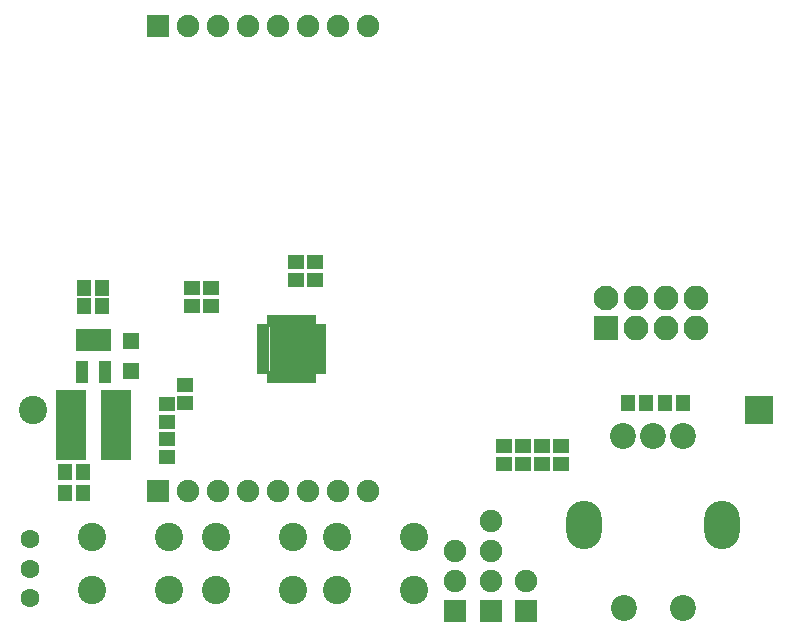
<source format=gbr>
G04 #@! TF.FileFunction,Soldermask,Top*
%FSLAX46Y46*%
G04 Gerber Fmt 4.6, Leading zero omitted, Abs format (unit mm)*
G04 Created by KiCad (PCBNEW 4.0.2-stable) date 22/10/2018 19:31:19*
%MOMM*%
G01*
G04 APERTURE LIST*
%ADD10C,0.100000*%
%ADD11R,1.924000X1.924000*%
%ADD12O,1.900000X1.900000*%
%ADD13R,1.900000X1.900000*%
%ADD14C,1.900000*%
%ADD15R,1.289000X1.416000*%
%ADD16R,1.416000X1.289000*%
%ADD17R,1.400760X1.400760*%
%ADD18R,0.650000X1.100000*%
%ADD19R,1.100000X0.650000*%
%ADD20R,2.125000X2.125000*%
%ADD21R,2.550000X5.900000*%
%ADD22C,1.600000*%
%ADD23C,2.400000*%
%ADD24C,2.200000*%
%ADD25O,3.000000X4.100000*%
%ADD26C,2.100000*%
%ADD27R,2.100000X2.100000*%
%ADD28O,2.100000X2.100000*%
%ADD29R,1.050000X1.960000*%
%ADD30R,1.400000X1.300000*%
%ADD31R,2.400000X2.400000*%
G04 APERTURE END LIST*
D10*
D11*
X65910000Y-39070000D03*
D12*
X68450000Y-39070000D03*
X70990000Y-39070000D03*
X73530000Y-39070000D03*
X76070000Y-39070000D03*
X78610000Y-39070000D03*
X81150000Y-39070000D03*
X83690000Y-39070000D03*
D13*
X65910000Y-78440000D03*
D14*
X68450000Y-78440000D03*
X70990000Y-78440000D03*
X73530000Y-78440000D03*
X76070000Y-78440000D03*
X78610000Y-78440000D03*
X81150000Y-78440000D03*
X83690000Y-78440000D03*
D15*
X58038000Y-78600000D03*
X59562000Y-78600000D03*
X58038000Y-76800000D03*
X59562000Y-76800000D03*
D16*
X77600000Y-60562000D03*
X77600000Y-59038000D03*
X79200000Y-60562000D03*
X79200000Y-59038000D03*
X68200000Y-69488000D03*
X68200000Y-71012000D03*
X70400000Y-62762000D03*
X70400000Y-61238000D03*
X68800000Y-62762000D03*
X68800000Y-61238000D03*
D15*
X61162000Y-62800000D03*
X59638000Y-62800000D03*
X61162000Y-61200000D03*
X59638000Y-61200000D03*
X110362000Y-71000000D03*
X108838000Y-71000000D03*
D16*
X95200000Y-74638000D03*
X95200000Y-76162000D03*
D15*
X105638000Y-71000000D03*
X107162000Y-71000000D03*
D17*
X63600000Y-65699520D03*
X63600000Y-68300480D03*
D18*
X78950000Y-64000000D03*
X78450000Y-64000000D03*
X77950000Y-64000000D03*
X77450000Y-64000000D03*
X76950000Y-64000000D03*
X76450000Y-64000000D03*
X75950000Y-64000000D03*
X75450000Y-64000000D03*
D19*
X74800000Y-64650000D03*
X74800000Y-65150000D03*
X74800000Y-65650000D03*
X74800000Y-66150000D03*
X74800000Y-66650000D03*
X74800000Y-67150000D03*
X74800000Y-67650000D03*
X74800000Y-68150000D03*
D18*
X75450000Y-68800000D03*
X75950000Y-68800000D03*
X76450000Y-68800000D03*
X76950000Y-68800000D03*
X77450000Y-68800000D03*
X77950000Y-68800000D03*
X78450000Y-68800000D03*
X78950000Y-68800000D03*
D19*
X79600000Y-68150000D03*
X79600000Y-67650000D03*
X79600000Y-67150000D03*
X79600000Y-66650000D03*
X79600000Y-66150000D03*
X79600000Y-65650000D03*
X79600000Y-65150000D03*
X79600000Y-64650000D03*
D20*
X76337500Y-67262500D03*
X78062500Y-67262500D03*
X76337500Y-65537500D03*
X78062500Y-65537500D03*
D21*
X62300000Y-72800000D03*
X58500000Y-72800000D03*
D22*
X55000000Y-82500000D03*
X55000000Y-85000000D03*
X55000000Y-87500000D03*
D23*
X60300000Y-82300000D03*
X66800000Y-82300000D03*
X60300000Y-86800000D03*
X66800000Y-86800000D03*
X70800000Y-82300000D03*
X77300000Y-82300000D03*
X70800000Y-86800000D03*
X77300000Y-86800000D03*
X81050000Y-82300000D03*
X87550000Y-82300000D03*
X81050000Y-86800000D03*
X87550000Y-86800000D03*
D24*
X107800000Y-73800000D03*
X110350000Y-73800000D03*
X105250000Y-73800000D03*
X110300000Y-88300000D03*
X105300000Y-88300000D03*
D25*
X113650000Y-81300000D03*
X101950000Y-81300000D03*
D26*
X103770000Y-62050000D03*
D27*
X103770000Y-64590000D03*
D28*
X106310000Y-62050000D03*
X106310000Y-64590000D03*
X108850000Y-62050000D03*
X108850000Y-64590000D03*
X111390000Y-62050000D03*
X111390000Y-64590000D03*
D13*
X97050000Y-88550000D03*
D14*
X97050000Y-86010000D03*
D13*
X94050000Y-88550000D03*
D14*
X94050000Y-86010000D03*
X94050000Y-83470000D03*
X94050000Y-80930000D03*
D13*
X91050000Y-88550000D03*
D14*
X91050000Y-86010000D03*
X91050000Y-83470000D03*
D29*
X61350000Y-65650000D03*
X60400000Y-65650000D03*
X59450000Y-65650000D03*
X59450000Y-68350000D03*
X61350000Y-68350000D03*
D30*
X96800000Y-74650000D03*
X96800000Y-76150000D03*
X66600000Y-75550000D03*
X66600000Y-74050000D03*
X66600000Y-72550000D03*
X66600000Y-71050000D03*
X98400000Y-74650000D03*
X98400000Y-76150000D03*
X100000000Y-74650000D03*
X100000000Y-76150000D03*
D31*
X116800000Y-71550000D03*
D23*
X55300000Y-71550000D03*
M02*

</source>
